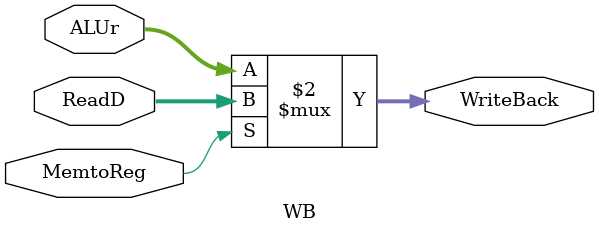
<source format=v>
`timescale 1ns / 1ps
module WB
	#(parameter DATA_WIDTH = 8)
	(input MemtoReg,
	input [DATA_WIDTH-1:0] ALUr,ReadD,
	output [DATA_WIDTH-1:0] WriteBack
    );

	assign WriteBack = ( MemtoReg == 0 )? ALUr:ReadD;

endmodule

</source>
